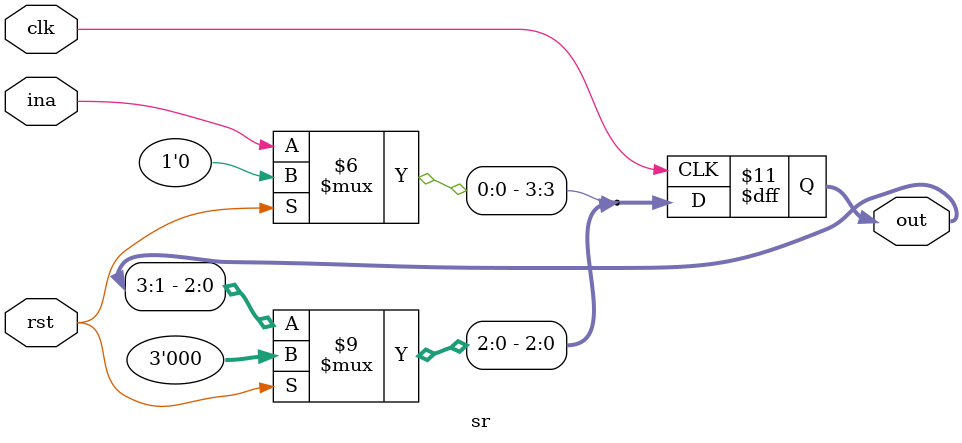
<source format=v>
`timescale 1ns / 1ps

module sr(clk, rst, ina, out);
input clk, rst, ina;
output [3:0] out;
reg [3:0] out;

initial out = 4'b0000;

always @(posedge clk) begin
    if(rst == 1'b1) out = 4'b0000;
    else begin
    out = out >> 1;
    out[3] = ina;
    end
end

endmodule
</source>
